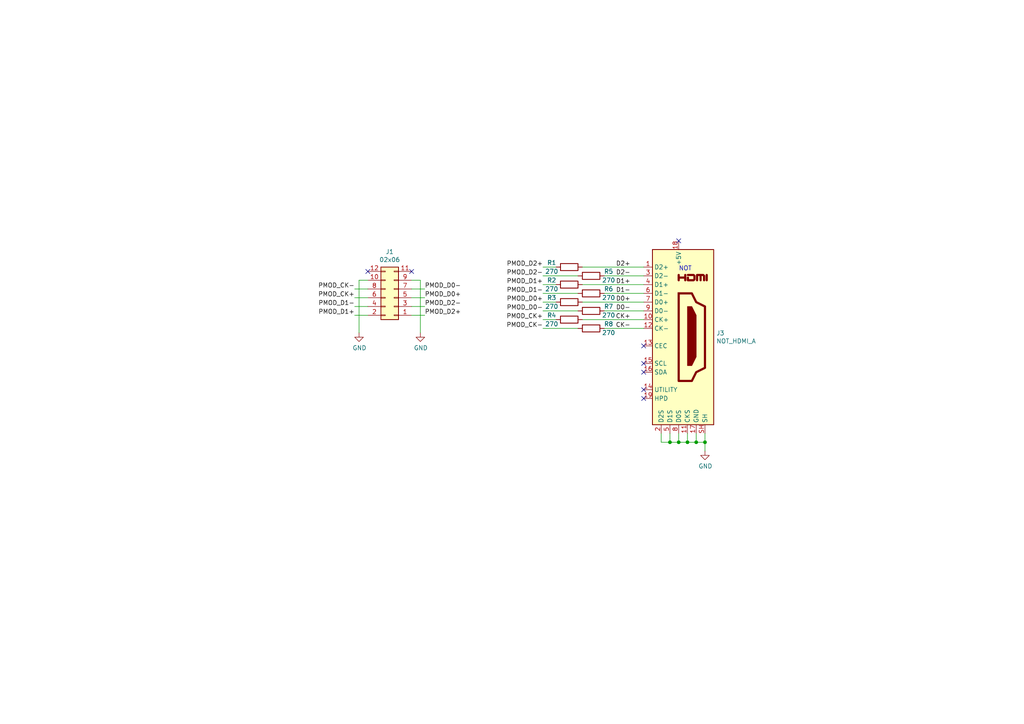
<source format=kicad_sch>
(kicad_sch (version 20210126) (generator eeschema)
  (paper "A4")
  (title_block (title "DVI PMOD") (date "2021-02-02") (rev "B") (company "Luke Wren"))
  (lib_symbols
    (symbol "Connector:HDMI_A"
      (property "Reference" "J" (at -6.35 26.67 0))
      (property "Value" "HDMI_A" (at 10.16 26.67 0))
      (symbol "HDMI_A_0_0"
        (polyline (pts (xy 8.128 16.51) (xy 8.128 18.034)) (stroke (width 0.635)))
        (polyline (pts (xy 0 16.51) (xy 0 18.034) (xy 0 17.272) (xy 1.905 17.272) (xy 1.905 18.034) (xy 1.905 16.51)) (stroke (width 0.635)))
        (polyline (pts (xy 2.667 18.034) (xy 4.318 18.034) (xy 4.572 17.78) (xy 4.572 16.764) (xy 4.318 16.51) (xy 2.667 16.51) (xy 2.667 17.272)) (stroke (width 0.635)))
      )
      (symbol "HDMI_A_0_1"
        (rectangle (start -7.62 25.4) (end 10.16 -25.4) (stroke (width 0.254)) (fill (type background)))
        (polyline (pts (xy 2.54 8.89) (xy 3.81 8.89) (xy 5.08 6.35) (xy 5.08 -5.715) (xy 3.81 -8.255) (xy 2.54 -8.255) (xy 2.54 8.89)) (fill (type outline)))
        (polyline (pts (xy 5.334 16.51) (xy 5.334 18.034) (xy 6.35 18.034) (xy 6.35 16.51) (xy 6.35 18.034) (xy 7.112 18.034) (xy 7.366 17.78) (xy 7.366 16.51)) (stroke (width 0.635)))
        (polyline (pts (xy 0 12.7) (xy 0 -12.7) (xy 3.81 -12.7) (xy 5.08 -10.16) (xy 7.62 -8.89) (xy 7.62 8.89) (xy 5.08 10.16) (xy 3.81 12.7) (xy 0 12.7)) (stroke (width 0.635)))
      )
      (symbol "HDMI_A_1_1"
        (pin passive line (at -10.16 20.32 0) (length 2.54) (name "D2+") (number "1"))
        (pin passive line (at -10.16 5.08 0) (length 2.54) (name "CK+") (number "10"))
        (pin power_in line (at 2.54 -27.94 90) (length 2.54) (name "CKS") (number "11"))
        (pin passive line (at -10.16 2.54 0) (length 2.54) (name "CK-") (number "12"))
        (pin bidirectional line (at -10.16 -2.54 0) (length 2.54) (name "CEC") (number "13"))
        (pin passive line (at -10.16 -15.24 0) (length 2.54) (name "UTILITY") (number "14"))
        (pin passive line (at -10.16 -7.62 0) (length 2.54) (name "SCL") (number "15"))
        (pin bidirectional line (at -10.16 -10.16 0) (length 2.54) (name "SDA") (number "16"))
        (pin power_in line (at 5.08 -27.94 90) (length 2.54) (name "GND") (number "17"))
        (pin power_in line (at 0 27.94 270) (length 2.54) (name "+5V") (number "18"))
        (pin passive line (at -10.16 -17.78 0) (length 2.54) (name "HPD") (number "19"))
        (pin power_in line (at -5.08 -27.94 90) (length 2.54) (name "D2S") (number "2"))
        (pin passive line (at -10.16 17.78 0) (length 2.54) (name "D2-") (number "3"))
        (pin passive line (at -10.16 15.24 0) (length 2.54) (name "D1+") (number "4"))
        (pin power_in line (at -2.54 -27.94 90) (length 2.54) (name "D1S") (number "5"))
        (pin passive line (at -10.16 12.7 0) (length 2.54) (name "D1-") (number "6"))
        (pin passive line (at -10.16 10.16 0) (length 2.54) (name "D0+") (number "7"))
        (pin power_in line (at 0 -27.94 90) (length 2.54) (name "D0S") (number "8"))
        (pin passive line (at -10.16 7.62 0) (length 2.54) (name "D0-") (number "9"))
        (pin passive line (at 7.62 -27.94 90) (length 2.54) (name "SH") (number "SH"))
      )
    )
    (symbol "Connector_Generic:Conn_02x06_Odd_Even" (pin_names (offset 1.016) hide)
      (property "Reference" "J" (at 1.27 7.62 0))
      (property "Value" "Conn_02x06_Odd_Even" (at 1.27 -10.16 0))
      (symbol "Conn_02x06_Odd_Even_1_1"
        (rectangle (start -1.27 -4.953) (end 0 -5.207) (stroke (width 0.1524)))
        (rectangle (start -1.27 -7.493) (end 0 -7.747) (stroke (width 0.1524)))
        (rectangle (start -1.27 -2.413) (end 0 -2.667) (stroke (width 0.1524)))
        (rectangle (start -1.27 2.667) (end 0 2.413) (stroke (width 0.1524)))
        (rectangle (start -1.27 5.207) (end 0 4.953) (stroke (width 0.1524)))
        (rectangle (start -1.27 6.35) (end 3.81 -8.89) (stroke (width 0.254)) (fill (type background)))
        (rectangle (start -1.27 0.127) (end 0 -0.127) (stroke (width 0.1524)))
        (rectangle (start 3.81 -4.953) (end 2.54 -5.207) (stroke (width 0.1524)))
        (rectangle (start 3.81 -7.493) (end 2.54 -7.747) (stroke (width 0.1524)))
        (rectangle (start 3.81 -2.413) (end 2.54 -2.667) (stroke (width 0.1524)))
        (rectangle (start 3.81 2.667) (end 2.54 2.413) (stroke (width 0.1524)))
        (rectangle (start 3.81 5.207) (end 2.54 4.953) (stroke (width 0.1524)))
        (rectangle (start 3.81 0.127) (end 2.54 -0.127) (stroke (width 0.1524)))
        (pin passive line (at -5.08 5.08 0) (length 3.81) (name "Pin_1") (number "1"))
        (pin passive line (at 7.62 -5.08 180) (length 3.81) (name "Pin_10") (number "10"))
        (pin passive line (at -5.08 -7.62 0) (length 3.81) (name "Pin_11") (number "11"))
        (pin passive line (at 7.62 -7.62 180) (length 3.81) (name "Pin_12") (number "12"))
        (pin passive line (at 7.62 5.08 180) (length 3.81) (name "Pin_2") (number "2"))
        (pin passive line (at -5.08 2.54 0) (length 3.81) (name "Pin_3") (number "3"))
        (pin passive line (at 7.62 2.54 180) (length 3.81) (name "Pin_4") (number "4"))
        (pin passive line (at -5.08 0 0) (length 3.81) (name "Pin_5") (number "5"))
        (pin passive line (at 7.62 0 180) (length 3.81) (name "Pin_6") (number "6"))
        (pin passive line (at -5.08 -2.54 0) (length 3.81) (name "Pin_7") (number "7"))
        (pin passive line (at 7.62 -2.54 180) (length 3.81) (name "Pin_8") (number "8"))
        (pin passive line (at -5.08 -5.08 0) (length 3.81) (name "Pin_9") (number "9"))
      )
    )
    (symbol "Device:R" (pin_numbers hide) (pin_names (offset 0))
      (property "Reference" "R" (at 2.032 0 90))
      (property "Value" "R" (at 0 0 90))
      (symbol "R_0_1"
        (rectangle (start -1.016 -2.54) (end 1.016 2.54) (stroke (width 0.254)))
      )
      (symbol "R_1_1"
        (pin passive line (at 0 3.81 270) (length 1.27) (name "~") (number "1"))
        (pin passive line (at 0 -3.81 90) (length 1.27) (name "~") (number "2"))
      )
    )
    (symbol "power:GND" (power) (pin_names (offset 0))
      (property "Value" "GND" (at 0 -3.81 0))
      (symbol "GND_0_1"
        (polyline (pts (xy 0 0) (xy 0 -1.27) (xy 1.27 -1.27) (xy 0 -2.54) (xy -1.27 -1.27) (xy 0 -1.27)))
      )
      (symbol "GND_1_1"
        (pin power_in line (at 0 0 270) (length 0) hide (name "GND") (number "1"))
      )
    )
  )
  (junction (at 194.31 128.27) (diameter 0.9144))
  (junction (at 196.85 128.27) (diameter 0.9144))
  (junction (at 199.39 128.27) (diameter 0.9144))
  (junction (at 201.93 128.27) (diameter 0.9144))
  (junction (at 204.47 128.27) (diameter 0.9144))
  (no_connect (at 106.68 78.74))
  (no_connect (at 119.38 78.74))
  (no_connect (at 186.69 100.33))
  (no_connect (at 186.69 105.41))
  (no_connect (at 186.69 107.95))
  (no_connect (at 186.69 113.03))
  (no_connect (at 186.69 115.57))
  (no_connect (at 196.85 69.85))
  (wire (pts (xy 104.14 81.28) (xy 104.14 96.52)))
  (wire (pts (xy 106.68 81.28) (xy 104.14 81.28)))
  (wire (pts (xy 106.68 83.82) (xy 102.87 83.82)))
  (wire (pts (xy 106.68 86.36) (xy 102.87 86.36)))
  (wire (pts (xy 106.68 88.9) (xy 102.87 88.9)))
  (wire (pts (xy 106.68 91.44) (xy 102.87 91.44)))
  (wire (pts (xy 119.38 81.28) (xy 121.92 81.28)))
  (wire (pts (xy 119.38 83.82) (xy 123.19 83.82)))
  (wire (pts (xy 119.38 86.36) (xy 123.19 86.36)))
  (wire (pts (xy 119.38 88.9) (xy 123.19 88.9)))
  (wire (pts (xy 119.38 91.44) (xy 123.19 91.44)))
  (wire (pts (xy 121.92 81.28) (xy 121.92 96.52)))
  (wire (pts (xy 157.48 80.01) (xy 167.64 80.01)))
  (wire (pts (xy 157.48 85.09) (xy 167.64 85.09)))
  (wire (pts (xy 157.48 90.17) (xy 167.64 90.17)))
  (wire (pts (xy 157.48 95.25) (xy 167.64 95.25)))
  (wire (pts (xy 161.29 77.47) (xy 157.48 77.47)))
  (wire (pts (xy 161.29 82.55) (xy 157.48 82.55)))
  (wire (pts (xy 161.29 87.63) (xy 157.48 87.63)))
  (wire (pts (xy 161.29 92.71) (xy 157.48 92.71)))
  (wire (pts (xy 168.91 77.47) (xy 186.69 77.47)))
  (wire (pts (xy 168.91 82.55) (xy 186.69 82.55)))
  (wire (pts (xy 168.91 87.63) (xy 186.69 87.63)))
  (wire (pts (xy 168.91 92.71) (xy 186.69 92.71)))
  (wire (pts (xy 175.26 80.01) (xy 186.69 80.01)))
  (wire (pts (xy 175.26 85.09) (xy 186.69 85.09)))
  (wire (pts (xy 175.26 90.17) (xy 186.69 90.17)))
  (wire (pts (xy 175.26 95.25) (xy 186.69 95.25)))
  (wire (pts (xy 191.77 125.73) (xy 191.77 128.27)))
  (wire (pts (xy 191.77 128.27) (xy 194.31 128.27)))
  (wire (pts (xy 194.31 125.73) (xy 194.31 128.27)))
  (wire (pts (xy 194.31 128.27) (xy 196.85 128.27)))
  (wire (pts (xy 196.85 125.73) (xy 196.85 128.27)))
  (wire (pts (xy 196.85 128.27) (xy 199.39 128.27)))
  (wire (pts (xy 199.39 125.73) (xy 199.39 128.27)))
  (wire (pts (xy 199.39 128.27) (xy 201.93 128.27)))
  (wire (pts (xy 201.93 125.73) (xy 201.93 128.27)))
  (wire (pts (xy 201.93 128.27) (xy 204.47 128.27)))
  (wire (pts (xy 204.47 128.27) (xy 204.47 125.73)))
  (wire (pts (xy 204.47 128.27) (xy 204.47 130.81)))
  (text "NOT" (at 196.85 78.74 0) (effects (font (size 1.27 1.27)) (justify left bottom)))
  (label "PMOD_CK-" (at 102.87 83.82 180))
  (label "PMOD_CK+" (at 102.87 86.36 180))
  (label "PMOD_D1-" (at 102.87 88.9 180))
  (label "PMOD_D1+" (at 102.87 91.44 180))
  (label "PMOD_D0-" (at 123.19 83.82 0))
  (label "PMOD_D0+" (at 123.19 86.36 0))
  (label "PMOD_D2-" (at 123.19 88.9 0))
  (label "PMOD_D2+" (at 123.19 91.44 0))
  (label "PMOD_D2+" (at 157.48 77.47 180))
  (label "PMOD_D2-" (at 157.48 80.01 180))
  (label "PMOD_D1+" (at 157.48 82.55 180))
  (label "PMOD_D1-" (at 157.48 85.09 180))
  (label "PMOD_D0+" (at 157.48 87.63 180))
  (label "PMOD_D0-" (at 157.48 90.17 180))
  (label "PMOD_CK+" (at 157.48 92.71 180))
  (label "PMOD_CK-" (at 157.48 95.25 180))
  (label "D2+" (at 182.88 77.47 180))
  (label "D2-" (at 182.88 80.01 180))
  (label "D1+" (at 182.88 82.55 180))
  (label "D1-" (at 182.88 85.09 180))
  (label "D0+" (at 182.88 87.63 180))
  (label "D0-" (at 182.88 90.17 180))
  (label "CK+" (at 182.88 92.71 180))
  (label "CK-" (at 182.88 95.25 180))
  (symbol (lib_id "power:GND") (at 104.14 96.52 0) (unit 1)
    (property "Reference" "#PWR0103" (effects hide))
    (property "Value" "GND" (at 104.267 100.9142 0))
  )
  (symbol (lib_id "power:GND") (at 121.92 96.52 0) (unit 1)
    (property "Reference" "#PWR0104" (effects hide))
    (property "Value" "GND" (at 122.047 100.9142 0))
  )
  (symbol (lib_id "power:GND") (at 204.47 130.81 0) (unit 1)
    (property "Reference" "#PWR0105" (effects hide))
    (property "Value" "GND" (at 204.597 135.2042 0))
  )
  (symbol (lib_id "Device:R") (at 165.1 77.47 270) (unit 1)
    (property "Reference" "R1" (at 160.02 76.2 90))
    (property "Value" "270" (at 160.02 78.74 90))
    (property "Footprint" "Resistor_SMD:R_0402_1005Metric" (effects hide))
  )
  (symbol (lib_id "Device:R") (at 165.1 82.55 270) (unit 1)
    (property "Reference" "R2" (at 160.02 81.28 90))
    (property "Value" "270" (at 160.02 83.82 90))
    (property "Footprint" "Resistor_SMD:R_0402_1005Metric" (effects hide))
  )
  (symbol (lib_id "Device:R") (at 165.1 87.63 270) (unit 1)
    (property "Reference" "R3" (at 160.02 86.36 90))
    (property "Value" "270" (at 160.02 88.9 90))
    (property "Footprint" "Resistor_SMD:R_0402_1005Metric" (effects hide))
  )
  (symbol (lib_id "Device:R") (at 165.1 92.71 270) (unit 1)
    (property "Reference" "R4" (at 160.02 91.44 90))
    (property "Value" "270" (at 160.02 93.98 90))
    (property "Footprint" "Resistor_SMD:R_0402_1005Metric" (effects hide))
  )
  (symbol (lib_id "Device:R") (at 171.45 80.01 90) (unit 1)
    (property "Reference" "R5" (at 176.53 78.74 90))
    (property "Value" "270" (at 176.53 81.28 90))
    (property "Footprint" "Resistor_SMD:R_0402_1005Metric" (effects hide))
  )
  (symbol (lib_id "Device:R") (at 171.45 85.09 90) (unit 1)
    (property "Reference" "R6" (at 176.53 83.82 90))
    (property "Value" "270" (at 176.53 86.36 90))
    (property "Footprint" "Resistor_SMD:R_0402_1005Metric" (effects hide))
  )
  (symbol (lib_id "Device:R") (at 171.45 90.17 90) (unit 1)
    (property "Reference" "R7" (at 176.53 88.9 90))
    (property "Value" "270" (at 176.53 91.44 90))
    (property "Footprint" "Resistor_SMD:R_0402_1005Metric" (effects hide))
  )
  (symbol (lib_id "Device:R") (at 171.45 95.25 90) (unit 1)
    (property "Reference" "R8" (at 176.53 93.98 90))
    (property "Value" "270" (at 176.53 96.52 90))
    (property "Footprint" "Resistor_SMD:R_0402_1005Metric" (effects hide))
  )
  (symbol (lib_id "Connector_Generic:Conn_02x06_Odd_Even") (at 114.3 86.36 180) (unit 1)
    (property "Reference" "J1" (at 113.03 73.025 0))
    (property "Value" "02x06" (at 113.03 75.3364 0))
    (property "Footprint" "Connector_PinSocket_2.54mm:PinSocket_2x06_P2.54mm_Horizontal" (effects hide))
  )
  (symbol (lib_id "Connector:HDMI_A") (at 196.85 97.79 0) (unit 1)
    (property "Reference" "J3" (at 207.7466 96.6216 0) (effects (justify left)))
    (property "Value" "NOT_HDMI_A" (at 207.7466 98.933 0) (effects (justify left)))
    (property "Footprint" "dvi-pmod:HDMI-SS-53000" (effects hide))
    (property "Datasheet" "https://en.wikipedia.org/wiki/HDMI" (effects hide))
  )
)
</source>
